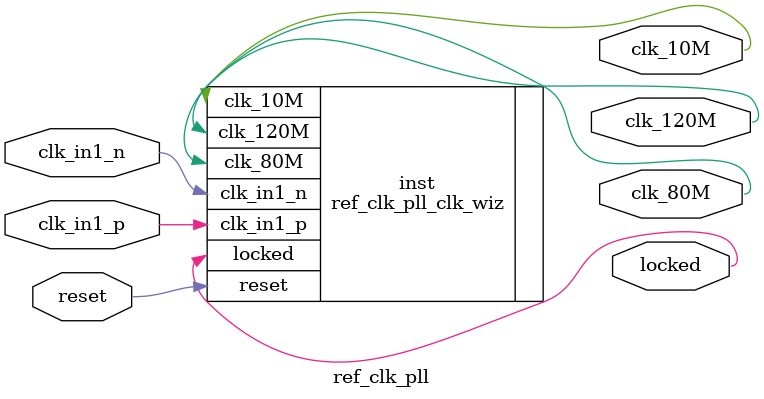
<source format=v>


`timescale 1ps/1ps

(* CORE_GENERATION_INFO = "ref_clk_pll,clk_wiz_v6_0_11_0_0,{component_name=ref_clk_pll,use_phase_alignment=true,use_min_o_jitter=false,use_max_i_jitter=false,use_dyn_phase_shift=false,use_inclk_switchover=false,use_dyn_reconfig=false,enable_axi=0,feedback_source=FDBK_AUTO,PRIMITIVE=PLL,num_out_clk=3,clkin1_period=5.000,clkin2_period=10.0,use_power_down=false,use_reset=true,use_locked=true,use_inclk_stopped=false,feedback_type=SINGLE,CLOCK_MGR_TYPE=NA,manual_override=false}" *)

module ref_clk_pll 
 (
  // Clock out ports
  output        clk_80M,
  output        clk_120M,
  output        clk_10M,
  // Status and control signals
  input         reset,
  output        locked,
 // Clock in ports
  input         clk_in1_p,
  input         clk_in1_n
 );

  ref_clk_pll_clk_wiz inst
  (
  // Clock out ports  
  .clk_80M(clk_80M),
  .clk_120M(clk_120M),
  .clk_10M(clk_10M),
  // Status and control signals               
  .reset(reset), 
  .locked(locked),
 // Clock in ports
  .clk_in1_p(clk_in1_p),
  .clk_in1_n(clk_in1_n)
  );

endmodule

</source>
